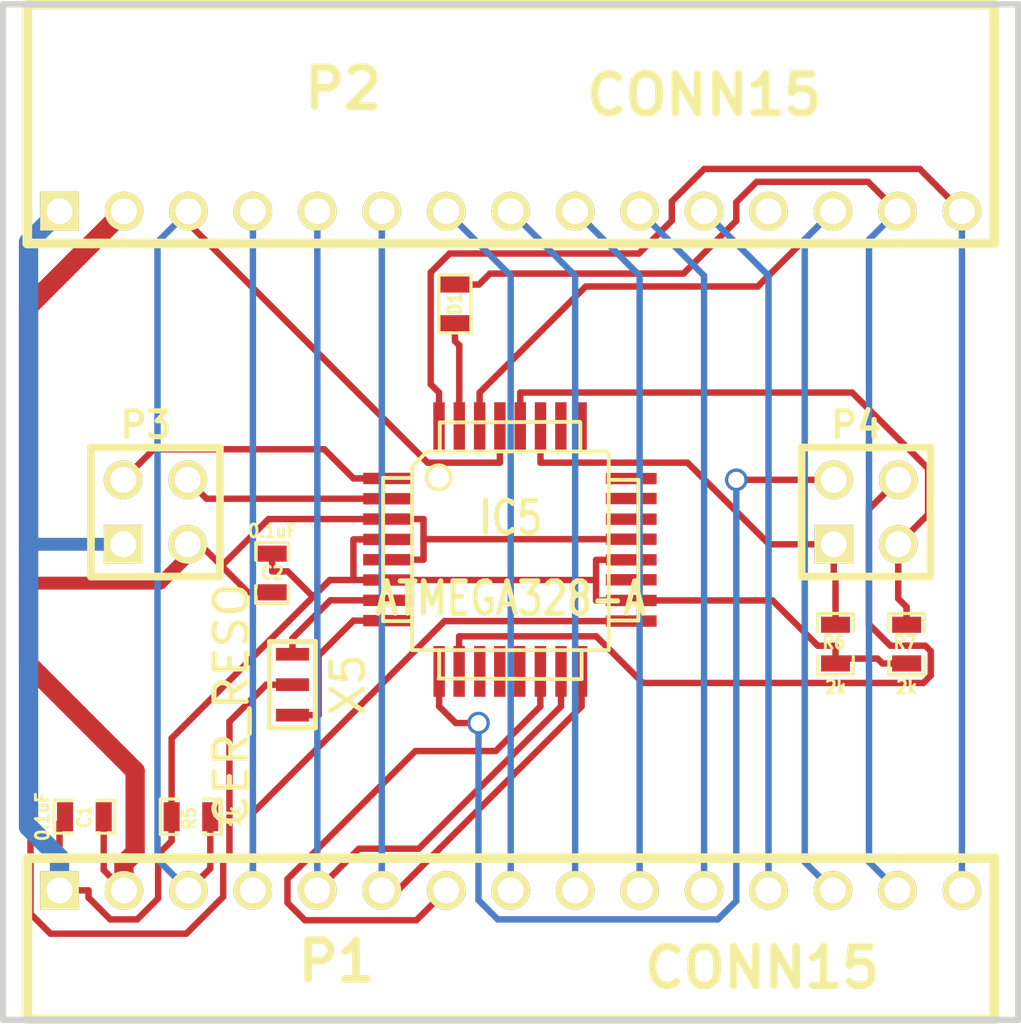
<source format=kicad_pcb>
(kicad_pcb (version 3) (host pcbnew "(2013-mar-13)-testing")

  (general
    (links 51)
    (no_connects 0)
    (area 49.874999 49.874999 90.125001 90.125001)
    (thickness 1.6)
    (drawings 4)
    (tracks 203)
    (zones 0)
    (modules 12)
    (nets 35)
  )

  (page A4)
  (layers
    (15 F.Cu signal)
    (0 B.Cu signal)
    (16 B.Adhes user)
    (17 F.Adhes user)
    (18 B.Paste user)
    (19 F.Paste user)
    (20 B.SilkS user)
    (21 F.SilkS user)
    (22 B.Mask user)
    (23 F.Mask user)
    (24 Dwgs.User user)
    (25 Cmts.User user)
    (26 Eco1.User user)
    (27 Eco2.User user)
    (28 Edge.Cuts user)
  )

  (setup
    (last_trace_width 0.254)
    (trace_clearance 0.254)
    (zone_clearance 0.508)
    (zone_45_only no)
    (trace_min 0.254)
    (segment_width 0.2)
    (edge_width 0.25)
    (via_size 0.889)
    (via_drill 0.635)
    (via_min_size 0.889)
    (via_min_drill 0.508)
    (uvia_size 0.508)
    (uvia_drill 0.127)
    (uvias_allowed no)
    (uvia_min_size 0.508)
    (uvia_min_drill 0.127)
    (pcb_text_width 0.3)
    (pcb_text_size 1.5 1.5)
    (mod_edge_width 0.15)
    (mod_text_size 1 1)
    (mod_text_width 0.15)
    (pad_size 1.5 1.5)
    (pad_drill 0.6)
    (pad_to_mask_clearance 0)
    (aux_axis_origin 0 0)
    (visible_elements FFFFFF7F)
    (pcbplotparams
      (layerselection 3178497)
      (usegerberextensions true)
      (excludeedgelayer true)
      (linewidth 0.150000)
      (plotframeref false)
      (viasonmask false)
      (mode 1)
      (useauxorigin false)
      (hpglpennumber 1)
      (hpglpenspeed 20)
      (hpglpendiameter 15)
      (hpglpenoverlay 2)
      (psnegative false)
      (psa4output false)
      (plotreference true)
      (plotvalue true)
      (plotothertext true)
      (plotinvisibletext false)
      (padsonsilk false)
      (subtractmaskfromsilk false)
      (outputformat 1)
      (mirror false)
      (drillshape 1)
      (scaleselection 1)
      (outputdirectory ""))
  )

  (net 0 "")
  (net 1 +5V)
  (net 2 /CS1)
  (net 3 /CS2)
  (net 4 /CS3)
  (net 5 /CS4)
  (net 6 /CS5)
  (net 7 /CS6)
  (net 8 /EXT_INT)
  (net 9 /MISO)
  (net 10 /MOSI)
  (net 11 /RESET_DRV1)
  (net 12 /RESET_DRV2)
  (net 13 /RESET_DRV3)
  (net 14 /RESET_DRV4)
  (net 15 /RESET_MSTR)
  (net 16 /RX)
  (net 17 /SCK)
  (net 18 /SCL)
  (net 19 /SDA)
  (net 20 /TX)
  (net 21 /XTAL1)
  (net 22 /XTAL2)
  (net 23 GND)
  (net 24 N-0000012)
  (net 25 N-0000025)
  (net 26 N-0000026)
  (net 27 N-0000027)
  (net 28 N-0000028)
  (net 29 N-0000029)
  (net 30 N-0000030)
  (net 31 N-0000031)
  (net 32 N-0000032)
  (net 33 N-0000033)
  (net 34 N-0000034)

  (net_class Default "This is the default net class."
    (clearance 0.254)
    (trace_width 0.254)
    (via_dia 0.889)
    (via_drill 0.635)
    (uvia_dia 0.508)
    (uvia_drill 0.127)
    (add_net "")
    (add_net +5V)
    (add_net /CS1)
    (add_net /CS2)
    (add_net /CS3)
    (add_net /CS4)
    (add_net /CS5)
    (add_net /CS6)
    (add_net /EXT_INT)
    (add_net /MISO)
    (add_net /MOSI)
    (add_net /RESET_DRV1)
    (add_net /RESET_DRV2)
    (add_net /RESET_DRV3)
    (add_net /RESET_DRV4)
    (add_net /RESET_MSTR)
    (add_net /RX)
    (add_net /SCK)
    (add_net /SCL)
    (add_net /SDA)
    (add_net /TX)
    (add_net /XTAL1)
    (add_net /XTAL2)
    (add_net GND)
    (add_net N-0000012)
    (add_net N-0000025)
    (add_net N-0000026)
    (add_net N-0000027)
    (add_net N-0000028)
    (add_net N-0000029)
    (add_net N-0000030)
    (add_net N-0000031)
    (add_net N-0000032)
    (add_net N-0000033)
    (add_net N-0000034)
  )

  (module HEADER_BOT (layer F.Cu) (tedit 51FFC673) (tstamp 521307B0)
    (at 70 84.9)
    (path /5212B587)
    (fp_text reference P1 (at -6.858 2.794) (layer F.SilkS)
      (effects (font (thickness 0.3048)))
    )
    (fp_text value CONN15 (at 9.906 3.048) (layer F.SilkS)
      (effects (font (thickness 0.3048)))
    )
    (fp_line (start 19.05 5.08) (end 19.05 -1.27) (layer F.SilkS) (width 0.381))
    (fp_line (start 15.367 5.08) (end 19.05 5.08) (layer F.SilkS) (width 0.381))
    (fp_line (start 15.367 -1.27) (end 18.923 -1.27) (layer F.SilkS) (width 0.381))
    (fp_line (start 18.923 -1.27) (end 19.05 -1.27) (layer F.SilkS) (width 0.381))
    (fp_line (start -15.24 -1.27) (end -19.05 -1.27) (layer F.SilkS) (width 0.381))
    (fp_line (start -19.05 -1.27) (end -19.05 5.08) (layer F.SilkS) (width 0.381))
    (fp_line (start -19.05 5.08) (end -13.97 5.08) (layer F.SilkS) (width 0.381))
    (fp_line (start -15.24 -1.27) (end 15.24 -1.27) (layer F.SilkS) (width 0.381))
    (fp_line (start -15.24 5.08) (end 15.24 5.08) (layer F.SilkS) (width 0.381))
    (pad 1 thru_hole rect (at -17.78 0) (size 1.524 1.524) (drill 1.016)
      (layers *.Cu *.Mask F.SilkS)
      (net 1 +5V)
    )
    (pad 2 thru_hole circle (at -15.24 0) (size 1.524 1.524) (drill 1.016)
      (layers *.Cu *.Mask F.SilkS)
      (net 23 GND)
    )
    (pad 3 thru_hole circle (at -12.7 0) (size 1.524 1.524) (drill 1.016)
      (layers *.Cu *.Mask F.SilkS)
      (net 15 /RESET_MSTR)
    )
    (pad 4 thru_hole circle (at -10.16 0) (size 1.524 1.524) (drill 1.016)
      (layers *.Cu *.Mask F.SilkS)
      (net 17 /SCK)
    )
    (pad 5 thru_hole circle (at -7.62 0) (size 1.524 1.524) (drill 1.016)
      (layers *.Cu *.Mask F.SilkS)
      (net 10 /MOSI)
    )
    (pad 6 thru_hole circle (at -5.08 0) (size 1.524 1.524) (drill 1.016)
      (layers *.Cu *.Mask F.SilkS)
      (net 9 /MISO)
    )
    (pad 7 thru_hole circle (at -2.54 0) (size 1.524 1.524) (drill 1.016)
      (layers *.Cu *.Mask F.SilkS)
      (net 2 /CS1)
    )
    (pad 8 thru_hole circle (at 0 0) (size 1.524 1.524) (drill 1.016)
      (layers *.Cu *.Mask F.SilkS)
      (net 3 /CS2)
    )
    (pad 9 thru_hole circle (at 2.54 0) (size 1.524 1.524) (drill 1.016)
      (layers *.Cu *.Mask F.SilkS)
      (net 4 /CS3)
    )
    (pad 10 thru_hole circle (at 5.08 0) (size 1.524 1.524) (drill 1.016)
      (layers *.Cu *.Mask F.SilkS)
      (net 5 /CS4)
    )
    (pad 11 thru_hole circle (at 7.62 0) (size 1.524 1.524) (drill 1.016)
      (layers *.Cu *.Mask F.SilkS)
      (net 6 /CS5)
    )
    (pad 12 thru_hole circle (at 10.16 0) (size 1.524 1.524) (drill 1.016)
      (layers *.Cu *.Mask F.SilkS)
      (net 7 /CS6)
    )
    (pad 13 thru_hole circle (at 12.7 0) (size 1.524 1.524) (drill 1.016)
      (layers *.Cu *.Mask F.SilkS)
      (net 16 /RX)
    )
    (pad 14 thru_hole circle (at 15.24 0) (size 1.524 1.524) (drill 1.016)
      (layers *.Cu *.Mask F.SilkS)
      (net 20 /TX)
    )
    (pad 15 thru_hole circle (at 17.78 0) (size 1.524 1.524) (drill 1.016)
      (layers *.Cu *.Mask F.SilkS)
      (net 8 /EXT_INT)
    )
  )

  (module HEADER_TOP (layer F.Cu) (tedit 51F2BE17) (tstamp 521307CD)
    (at 70 58.15)
    (path /5212B596)
    (fp_text reference P2 (at -6.604 -4.826) (layer F.SilkS)
      (effects (font (thickness 0.3048)))
    )
    (fp_text value CONN15 (at 7.62 -4.572) (layer F.SilkS)
      (effects (font (thickness 0.3048)))
    )
    (fp_line (start 15.24 -8.128) (end 19.05 -8.128) (layer F.SilkS) (width 0.381))
    (fp_line (start 19.05 -8.128) (end 19.05 -7.366) (layer F.SilkS) (width 0.381))
    (fp_line (start -15.24 -8.128) (end -19.05 -8.128) (layer F.SilkS) (width 0.381))
    (fp_line (start -19.05 -8.128) (end -19.05 -7.62) (layer F.SilkS) (width 0.381))
    (fp_line (start -15.24 1.27) (end -19.05 1.27) (layer F.SilkS) (width 0.381))
    (fp_line (start -19.05 1.27) (end -19.05 -7.62) (layer F.SilkS) (width 0.381))
    (fp_line (start 15.24 1.27) (end 19.05 1.27) (layer F.SilkS) (width 0.381))
    (fp_line (start 19.05 1.27) (end 19.05 -7.62) (layer F.SilkS) (width 0.381))
    (fp_line (start 15.24 1.27) (end -15.24 1.27) (layer F.SilkS) (width 0.381))
    (fp_line (start -15.24 -8.128) (end 15.24 -8.128) (layer F.SilkS) (width 0.381))
    (pad 1 thru_hole rect (at -17.78 0) (size 1.524 1.524) (drill 1.016)
      (layers *.Cu *.Mask F.SilkS)
      (net 1 +5V)
    )
    (pad 2 thru_hole circle (at -15.24 0) (size 1.524 1.524) (drill 1.016)
      (layers *.Cu *.Mask F.SilkS)
      (net 23 GND)
    )
    (pad 3 thru_hole circle (at -12.7 0) (size 1.524 1.524) (drill 1.016)
      (layers *.Cu *.Mask F.SilkS)
      (net 15 /RESET_MSTR)
    )
    (pad 4 thru_hole circle (at -10.16 0) (size 1.524 1.524) (drill 1.016)
      (layers *.Cu *.Mask F.SilkS)
      (net 17 /SCK)
    )
    (pad 5 thru_hole circle (at -7.62 0) (size 1.524 1.524) (drill 1.016)
      (layers *.Cu *.Mask F.SilkS)
      (net 10 /MOSI)
    )
    (pad 6 thru_hole circle (at -5.08 0) (size 1.524 1.524) (drill 1.016)
      (layers *.Cu *.Mask F.SilkS)
      (net 9 /MISO)
    )
    (pad 7 thru_hole circle (at -2.54 0) (size 1.524 1.524) (drill 1.016)
      (layers *.Cu *.Mask F.SilkS)
      (net 3 /CS2)
    )
    (pad 8 thru_hole circle (at 0 0) (size 1.524 1.524) (drill 1.016)
      (layers *.Cu *.Mask F.SilkS)
      (net 4 /CS3)
    )
    (pad 9 thru_hole circle (at 2.54 0) (size 1.524 1.524) (drill 1.016)
      (layers *.Cu *.Mask F.SilkS)
      (net 5 /CS4)
    )
    (pad 10 thru_hole circle (at 5.08 0) (size 1.524 1.524) (drill 1.016)
      (layers *.Cu *.Mask F.SilkS)
      (net 6 /CS5)
    )
    (pad 11 thru_hole circle (at 7.62 0) (size 1.524 1.524) (drill 1.016)
      (layers *.Cu *.Mask F.SilkS)
      (net 7 /CS6)
    )
    (pad 12 thru_hole circle (at 10.16 0) (size 1.524 1.524) (drill 1.016)
      (layers *.Cu *.Mask F.SilkS)
      (net 26 N-0000026)
    )
    (pad 13 thru_hole circle (at 12.7 0) (size 1.524 1.524) (drill 1.016)
      (layers *.Cu *.Mask F.SilkS)
      (net 16 /RX)
    )
    (pad 14 thru_hole circle (at 15.24 0) (size 1.524 1.524) (drill 1.016)
      (layers *.Cu *.Mask F.SilkS)
      (net 20 /TX)
    )
    (pad 15 thru_hole circle (at 17.78 0) (size 1.524 1.524) (drill 1.016)
      (layers *.Cu *.Mask F.SilkS)
      (net 8 /EXT_INT)
    )
  )

  (module SM0603_Capa (layer F.Cu) (tedit 5051B1EC) (tstamp 52130C8B)
    (at 53.2 82)
    (path /521309B9)
    (attr smd)
    (fp_text reference C1 (at 0 0 90) (layer F.SilkS)
      (effects (font (size 0.508 0.4572) (thickness 0.1143)))
    )
    (fp_text value 0.1uF (at -1.651 0 90) (layer F.SilkS)
      (effects (font (size 0.508 0.4572) (thickness 0.1143)))
    )
    (fp_line (start 0.50038 0.65024) (end 1.19888 0.65024) (layer F.SilkS) (width 0.11938))
    (fp_line (start -0.50038 0.65024) (end -1.19888 0.65024) (layer F.SilkS) (width 0.11938))
    (fp_line (start 0.50038 -0.65024) (end 1.19888 -0.65024) (layer F.SilkS) (width 0.11938))
    (fp_line (start -1.19888 -0.65024) (end -0.50038 -0.65024) (layer F.SilkS) (width 0.11938))
    (fp_line (start 1.19888 -0.635) (end 1.19888 0.635) (layer F.SilkS) (width 0.11938))
    (fp_line (start -1.19888 0.635) (end -1.19888 -0.635) (layer F.SilkS) (width 0.11938))
    (pad 1 smd rect (at -0.762 0) (size 0.635 1.143)
      (layers F.Cu F.Paste F.Mask)
      (net 1 +5V)
    )
    (pad 2 smd rect (at 0.762 0) (size 0.635 1.143)
      (layers F.Cu F.Paste F.Mask)
      (net 23 GND)
    )
    (model smd\capacitors\C0603.wrl
      (at (xyz 0 0 0.001))
      (scale (xyz 0.5 0.5 0.5))
      (rotate (xyz 0 0 0))
    )
  )

  (module SM0603_Capa (layer F.Cu) (tedit 5051B1EC) (tstamp 52130C97)
    (at 60.6 72.4 270)
    (path /521309C8)
    (attr smd)
    (fp_text reference C2 (at 0 0 360) (layer F.SilkS)
      (effects (font (size 0.508 0.4572) (thickness 0.1143)))
    )
    (fp_text value 0.1uF (at -1.651 0 360) (layer F.SilkS)
      (effects (font (size 0.508 0.4572) (thickness 0.1143)))
    )
    (fp_line (start 0.50038 0.65024) (end 1.19888 0.65024) (layer F.SilkS) (width 0.11938))
    (fp_line (start -0.50038 0.65024) (end -1.19888 0.65024) (layer F.SilkS) (width 0.11938))
    (fp_line (start 0.50038 -0.65024) (end 1.19888 -0.65024) (layer F.SilkS) (width 0.11938))
    (fp_line (start -1.19888 -0.65024) (end -0.50038 -0.65024) (layer F.SilkS) (width 0.11938))
    (fp_line (start 1.19888 -0.635) (end 1.19888 0.635) (layer F.SilkS) (width 0.11938))
    (fp_line (start -1.19888 0.635) (end -1.19888 -0.635) (layer F.SilkS) (width 0.11938))
    (pad 1 smd rect (at -0.762 0 270) (size 0.635 1.143)
      (layers F.Cu F.Paste F.Mask)
      (net 1 +5V)
    )
    (pad 2 smd rect (at 0.762 0 270) (size 0.635 1.143)
      (layers F.Cu F.Paste F.Mask)
      (net 23 GND)
    )
    (model smd\capacitors\C0603.wrl
      (at (xyz 0 0 0.001))
      (scale (xyz 0.5 0.5 0.5))
      (rotate (xyz 0 0 0))
    )
  )

  (module SM0603 (layer F.Cu) (tedit 4E43A3D1) (tstamp 52130CA1)
    (at 67.8 61.8 270)
    (path /5212CC1D)
    (attr smd)
    (fp_text reference D1 (at 0 0 270) (layer F.SilkS)
      (effects (font (size 0.508 0.4572) (thickness 0.1143)))
    )
    (fp_text value DIODE (at 0 0 270) (layer F.SilkS) hide
      (effects (font (size 0.508 0.4572) (thickness 0.1143)))
    )
    (fp_line (start -1.143 -0.635) (end 1.143 -0.635) (layer F.SilkS) (width 0.127))
    (fp_line (start 1.143 -0.635) (end 1.143 0.635) (layer F.SilkS) (width 0.127))
    (fp_line (start 1.143 0.635) (end -1.143 0.635) (layer F.SilkS) (width 0.127))
    (fp_line (start -1.143 0.635) (end -1.143 -0.635) (layer F.SilkS) (width 0.127))
    (pad 1 smd rect (at -0.762 0 270) (size 0.635 1.143)
      (layers F.Cu F.Paste F.Mask)
      (net 20 /TX)
    )
    (pad 2 smd rect (at 0.762 0 270) (size 0.635 1.143)
      (layers F.Cu F.Paste F.Mask)
      (net 24 N-0000012)
    )
    (model smd\resistors\R0603.wrl
      (at (xyz 0 0 0.001))
      (scale (xyz 0.5 0.5 0.5))
      (rotate (xyz 0 0 0))
    )
  )

  (module TQFP32 (layer F.Cu) (tedit 43A670DA) (tstamp 52130CD7)
    (at 70 71.5)
    (path /52129B63)
    (fp_text reference IC5 (at 0 -1.27) (layer F.SilkS)
      (effects (font (size 1.27 1.016) (thickness 0.2032)))
    )
    (fp_text value ATMEGA328-A (at 0 1.905) (layer F.SilkS)
      (effects (font (size 1.27 1.016) (thickness 0.2032)))
    )
    (fp_line (start 5.0292 2.7686) (end 3.8862 2.7686) (layer F.SilkS) (width 0.1524))
    (fp_line (start 5.0292 -2.7686) (end 3.9116 -2.7686) (layer F.SilkS) (width 0.1524))
    (fp_line (start 5.0292 2.7686) (end 5.0292 -2.7686) (layer F.SilkS) (width 0.1524))
    (fp_line (start 2.794 3.9624) (end 2.794 5.0546) (layer F.SilkS) (width 0.1524))
    (fp_line (start -2.8194 3.9878) (end -2.8194 5.0546) (layer F.SilkS) (width 0.1524))
    (fp_line (start -2.8448 5.0546) (end 2.794 5.08) (layer F.SilkS) (width 0.1524))
    (fp_line (start -2.794 -5.0292) (end 2.7178 -5.0546) (layer F.SilkS) (width 0.1524))
    (fp_line (start -3.8862 -3.2766) (end -3.8862 3.9116) (layer F.SilkS) (width 0.1524))
    (fp_line (start 2.7432 -5.0292) (end 2.7432 -3.9878) (layer F.SilkS) (width 0.1524))
    (fp_line (start -3.2512 -3.8862) (end 3.81 -3.8862) (layer F.SilkS) (width 0.1524))
    (fp_line (start 3.8608 3.937) (end 3.8608 -3.7846) (layer F.SilkS) (width 0.1524))
    (fp_line (start -3.8862 3.937) (end 3.7338 3.937) (layer F.SilkS) (width 0.1524))
    (fp_line (start -5.0292 -2.8448) (end -5.0292 2.794) (layer F.SilkS) (width 0.1524))
    (fp_line (start -5.0292 2.794) (end -3.8862 2.794) (layer F.SilkS) (width 0.1524))
    (fp_line (start -3.87604 -3.302) (end -3.29184 -3.8862) (layer F.SilkS) (width 0.1524))
    (fp_line (start -5.02412 -2.8448) (end -3.87604 -2.8448) (layer F.SilkS) (width 0.1524))
    (fp_line (start -2.794 -3.8862) (end -2.794 -5.03428) (layer F.SilkS) (width 0.1524))
    (fp_circle (center -2.83972 -2.86004) (end -2.43332 -2.60604) (layer F.SilkS) (width 0.1524))
    (pad 8 smd rect (at -4.81584 2.77622) (size 1.99898 0.44958)
      (layers F.Cu F.Paste F.Mask)
      (net 22 /XTAL2)
    )
    (pad 7 smd rect (at -4.81584 1.97612) (size 1.99898 0.44958)
      (layers F.Cu F.Paste F.Mask)
      (net 21 /XTAL1)
    )
    (pad 6 smd rect (at -4.81584 1.17602) (size 1.99898 0.44958)
      (layers F.Cu F.Paste F.Mask)
      (net 1 +5V)
    )
    (pad 5 smd rect (at -4.81584 0.37592) (size 1.99898 0.44958)
      (layers F.Cu F.Paste F.Mask)
      (net 23 GND)
    )
    (pad 4 smd rect (at -4.81584 -0.42418) (size 1.99898 0.44958)
      (layers F.Cu F.Paste F.Mask)
      (net 1 +5V)
    )
    (pad 3 smd rect (at -4.81584 -1.22428) (size 1.99898 0.44958)
      (layers F.Cu F.Paste F.Mask)
      (net 23 GND)
    )
    (pad 2 smd rect (at -4.81584 -2.02438) (size 1.99898 0.44958)
      (layers F.Cu F.Paste F.Mask)
      (net 12 /RESET_DRV2)
    )
    (pad 1 smd rect (at -4.81584 -2.82448) (size 1.99898 0.44958)
      (layers F.Cu F.Paste F.Mask)
      (net 11 /RESET_DRV1)
    )
    (pad 24 smd rect (at 4.7498 -2.8194) (size 1.99898 0.44958)
      (layers F.Cu F.Paste F.Mask)
      (net 31 N-0000031)
    )
    (pad 17 smd rect (at 4.7498 2.794) (size 1.99898 0.44958)
      (layers F.Cu F.Paste F.Mask)
      (net 17 /SCK)
    )
    (pad 18 smd rect (at 4.7498 1.9812) (size 1.99898 0.44958)
      (layers F.Cu F.Paste F.Mask)
      (net 1 +5V)
    )
    (pad 19 smd rect (at 4.7498 1.1684) (size 1.99898 0.44958)
      (layers F.Cu F.Paste F.Mask)
      (net 28 N-0000028)
    )
    (pad 20 smd rect (at 4.7498 0.381) (size 1.99898 0.44958)
      (layers F.Cu F.Paste F.Mask)
      (net 1 +5V)
    )
    (pad 21 smd rect (at 4.7498 -0.4318) (size 1.99898 0.44958)
      (layers F.Cu F.Paste F.Mask)
      (net 23 GND)
    )
    (pad 22 smd rect (at 4.7498 -1.2192) (size 1.99898 0.44958)
      (layers F.Cu F.Paste F.Mask)
      (net 34 N-0000034)
    )
    (pad 23 smd rect (at 4.7498 -2.032) (size 1.99898 0.44958)
      (layers F.Cu F.Paste F.Mask)
      (net 32 N-0000032)
    )
    (pad 32 smd rect (at -2.82448 -4.826) (size 0.44958 1.99898)
      (layers F.Cu F.Paste F.Mask)
      (net 8 /EXT_INT)
    )
    (pad 31 smd rect (at -2.02692 -4.826) (size 0.44958 1.99898)
      (layers F.Cu F.Paste F.Mask)
      (net 24 N-0000012)
    )
    (pad 30 smd rect (at -1.22428 -4.826) (size 0.44958 1.99898)
      (layers F.Cu F.Paste F.Mask)
      (net 16 /RX)
    )
    (pad 29 smd rect (at -0.42672 -4.826) (size 0.44958 1.99898)
      (layers F.Cu F.Paste F.Mask)
      (net 15 /RESET_MSTR)
    )
    (pad 28 smd rect (at 0.37592 -4.826) (size 0.44958 1.99898)
      (layers F.Cu F.Paste F.Mask)
      (net 18 /SCL)
    )
    (pad 27 smd rect (at 1.17348 -4.826) (size 0.44958 1.99898)
      (layers F.Cu F.Paste F.Mask)
      (net 19 /SDA)
    )
    (pad 26 smd rect (at 1.97612 -4.826) (size 0.44958 1.99898)
      (layers F.Cu F.Paste F.Mask)
      (net 29 N-0000029)
    )
    (pad 25 smd rect (at 2.77368 -4.826) (size 0.44958 1.99898)
      (layers F.Cu F.Paste F.Mask)
      (net 30 N-0000030)
    )
    (pad 9 smd rect (at -2.8194 4.7752) (size 0.44958 1.99898)
      (layers F.Cu F.Paste F.Mask)
      (net 13 /RESET_DRV3)
    )
    (pad 10 smd rect (at -2.032 4.7752) (size 0.44958 1.99898)
      (layers F.Cu F.Paste F.Mask)
      (net 14 /RESET_DRV4)
    )
    (pad 11 smd rect (at -1.2192 4.7752) (size 0.44958 1.99898)
      (layers F.Cu F.Paste F.Mask)
      (net 25 N-0000025)
    )
    (pad 12 smd rect (at -0.4318 4.7752) (size 0.44958 1.99898)
      (layers F.Cu F.Paste F.Mask)
      (net 27 N-0000027)
    )
    (pad 13 smd rect (at 0.3556 4.7752) (size 0.44958 1.99898)
      (layers F.Cu F.Paste F.Mask)
      (net 33 N-0000033)
    )
    (pad 14 smd rect (at 1.1684 4.7752) (size 0.44958 1.99898)
      (layers F.Cu F.Paste F.Mask)
      (net 2 /CS1)
    )
    (pad 15 smd rect (at 1.9812 4.7752) (size 0.44958 1.99898)
      (layers F.Cu F.Paste F.Mask)
      (net 10 /MOSI)
    )
    (pad 16 smd rect (at 2.794 4.7752) (size 0.44958 1.99898)
      (layers F.Cu F.Paste F.Mask)
      (net 9 /MISO)
    )
    (model smd/tqfp32.wrl
      (at (xyz 0 0 0))
      (scale (xyz 1 1 1))
      (rotate (xyz 0 0 0))
    )
  )

  (module PIN_ARRAY_2X2 (layer F.Cu) (tedit 3FAB87D4) (tstamp 52130CE3)
    (at 56 70)
    (descr "Double rangee de contacts 2 x 2 pins")
    (tags CONN)
    (path /52130B53)
    (fp_text reference P3 (at -0.381 -3.429) (layer F.SilkS)
      (effects (font (size 1.016 1.016) (thickness 0.2032)))
    )
    (fp_text value CONN_2X2 (at 0 3.048) (layer F.SilkS) hide
      (effects (font (size 1.016 1.016) (thickness 0.2032)))
    )
    (fp_line (start -2.54 -2.54) (end 2.54 -2.54) (layer F.SilkS) (width 0.3048))
    (fp_line (start 2.54 -2.54) (end 2.54 2.54) (layer F.SilkS) (width 0.3048))
    (fp_line (start 2.54 2.54) (end -2.54 2.54) (layer F.SilkS) (width 0.3048))
    (fp_line (start -2.54 2.54) (end -2.54 -2.54) (layer F.SilkS) (width 0.3048))
    (pad 1 thru_hole rect (at -1.27 1.27) (size 1.524 1.524) (drill 1.016)
      (layers *.Cu *.Mask F.SilkS)
      (net 1 +5V)
    )
    (pad 2 thru_hole circle (at -1.27 -1.27) (size 1.524 1.524) (drill 1.016)
      (layers *.Cu *.Mask F.SilkS)
      (net 11 /RESET_DRV1)
    )
    (pad 3 thru_hole circle (at 1.27 1.27) (size 1.524 1.524) (drill 1.016)
      (layers *.Cu *.Mask F.SilkS)
      (net 23 GND)
    )
    (pad 4 thru_hole circle (at 1.27 -1.27) (size 1.524 1.524) (drill 1.016)
      (layers *.Cu *.Mask F.SilkS)
      (net 12 /RESET_DRV2)
    )
    (model pin_array/pins_array_2x2.wrl
      (at (xyz 0 0 0))
      (scale (xyz 1 1 1))
      (rotate (xyz 0 0 0))
    )
  )

  (module PIN_ARRAY_2X2 (layer F.Cu) (tedit 3FAB87D4) (tstamp 52130CEF)
    (at 84 70)
    (descr "Double rangee de contacts 2 x 2 pins")
    (tags CONN)
    (path /52130B62)
    (fp_text reference P4 (at -0.381 -3.429) (layer F.SilkS)
      (effects (font (size 1.016 1.016) (thickness 0.2032)))
    )
    (fp_text value CONN_2X2 (at 0 3.048) (layer F.SilkS) hide
      (effects (font (size 1.016 1.016) (thickness 0.2032)))
    )
    (fp_line (start -2.54 -2.54) (end 2.54 -2.54) (layer F.SilkS) (width 0.3048))
    (fp_line (start 2.54 -2.54) (end 2.54 2.54) (layer F.SilkS) (width 0.3048))
    (fp_line (start 2.54 2.54) (end -2.54 2.54) (layer F.SilkS) (width 0.3048))
    (fp_line (start -2.54 2.54) (end -2.54 -2.54) (layer F.SilkS) (width 0.3048))
    (pad 1 thru_hole rect (at -1.27 1.27) (size 1.524 1.524) (drill 1.016)
      (layers *.Cu *.Mask F.SilkS)
      (net 19 /SDA)
    )
    (pad 2 thru_hole circle (at -1.27 -1.27) (size 1.524 1.524) (drill 1.016)
      (layers *.Cu *.Mask F.SilkS)
      (net 13 /RESET_DRV3)
    )
    (pad 3 thru_hole circle (at 1.27 1.27) (size 1.524 1.524) (drill 1.016)
      (layers *.Cu *.Mask F.SilkS)
      (net 18 /SCL)
    )
    (pad 4 thru_hole circle (at 1.27 -1.27) (size 1.524 1.524) (drill 1.016)
      (layers *.Cu *.Mask F.SilkS)
      (net 14 /RESET_DRV4)
    )
    (model pin_array/pins_array_2x2.wrl
      (at (xyz 0 0 0))
      (scale (xyz 1 1 1))
      (rotate (xyz 0 0 0))
    )
  )

  (module SM0603_Resistor (layer F.Cu) (tedit 5051B21B) (tstamp 52130CFB)
    (at 57.4 82 180)
    (path /5212A07D)
    (attr smd)
    (fp_text reference R5 (at 0.0635 -0.0635 270) (layer F.SilkS)
      (effects (font (size 0.50038 0.4572) (thickness 0.1143)))
    )
    (fp_text value 1k (at -1.69926 0 270) (layer F.SilkS)
      (effects (font (size 0.508 0.4572) (thickness 0.1143)))
    )
    (fp_line (start -0.50038 -0.6985) (end -1.2065 -0.6985) (layer F.SilkS) (width 0.127))
    (fp_line (start -1.2065 -0.6985) (end -1.2065 0.6985) (layer F.SilkS) (width 0.127))
    (fp_line (start -1.2065 0.6985) (end -0.50038 0.6985) (layer F.SilkS) (width 0.127))
    (fp_line (start 1.2065 -0.6985) (end 0.50038 -0.6985) (layer F.SilkS) (width 0.127))
    (fp_line (start 1.2065 -0.6985) (end 1.2065 0.6985) (layer F.SilkS) (width 0.127))
    (fp_line (start 1.2065 0.6985) (end 0.50038 0.6985) (layer F.SilkS) (width 0.127))
    (pad 1 smd rect (at -0.762 0 180) (size 0.635 1.143)
      (layers F.Cu F.Paste F.Mask)
      (net 15 /RESET_MSTR)
    )
    (pad 2 smd rect (at 0.762 0 180) (size 0.635 1.143)
      (layers F.Cu F.Paste F.Mask)
      (net 1 +5V)
    )
    (model smd\resistors\R0603.wrl
      (at (xyz 0 0 0.001))
      (scale (xyz 0.5 0.5 0.5))
      (rotate (xyz 0 0 0))
    )
  )

  (module SM0603_Resistor (layer F.Cu) (tedit 5051B21B) (tstamp 52130D07)
    (at 82.8 75.2 90)
    (path /5212A0DC)
    (attr smd)
    (fp_text reference R6 (at 0.0635 -0.0635 180) (layer F.SilkS)
      (effects (font (size 0.50038 0.4572) (thickness 0.1143)))
    )
    (fp_text value 2k (at -1.69926 0 180) (layer F.SilkS)
      (effects (font (size 0.508 0.4572) (thickness 0.1143)))
    )
    (fp_line (start -0.50038 -0.6985) (end -1.2065 -0.6985) (layer F.SilkS) (width 0.127))
    (fp_line (start -1.2065 -0.6985) (end -1.2065 0.6985) (layer F.SilkS) (width 0.127))
    (fp_line (start -1.2065 0.6985) (end -0.50038 0.6985) (layer F.SilkS) (width 0.127))
    (fp_line (start 1.2065 -0.6985) (end 0.50038 -0.6985) (layer F.SilkS) (width 0.127))
    (fp_line (start 1.2065 -0.6985) (end 1.2065 0.6985) (layer F.SilkS) (width 0.127))
    (fp_line (start 1.2065 0.6985) (end 0.50038 0.6985) (layer F.SilkS) (width 0.127))
    (pad 1 smd rect (at -0.762 0 90) (size 0.635 1.143)
      (layers F.Cu F.Paste F.Mask)
      (net 1 +5V)
    )
    (pad 2 smd rect (at 0.762 0 90) (size 0.635 1.143)
      (layers F.Cu F.Paste F.Mask)
      (net 19 /SDA)
    )
    (model smd\resistors\R0603.wrl
      (at (xyz 0 0 0.001))
      (scale (xyz 0.5 0.5 0.5))
      (rotate (xyz 0 0 0))
    )
  )

  (module SM0603_Resistor (layer F.Cu) (tedit 5051B21B) (tstamp 52130D13)
    (at 85.6 75.2 90)
    (path /5212A0EB)
    (attr smd)
    (fp_text reference R7 (at 0.0635 -0.0635 180) (layer F.SilkS)
      (effects (font (size 0.50038 0.4572) (thickness 0.1143)))
    )
    (fp_text value 2k (at -1.69926 0 180) (layer F.SilkS)
      (effects (font (size 0.508 0.4572) (thickness 0.1143)))
    )
    (fp_line (start -0.50038 -0.6985) (end -1.2065 -0.6985) (layer F.SilkS) (width 0.127))
    (fp_line (start -1.2065 -0.6985) (end -1.2065 0.6985) (layer F.SilkS) (width 0.127))
    (fp_line (start -1.2065 0.6985) (end -0.50038 0.6985) (layer F.SilkS) (width 0.127))
    (fp_line (start 1.2065 -0.6985) (end 0.50038 -0.6985) (layer F.SilkS) (width 0.127))
    (fp_line (start 1.2065 -0.6985) (end 1.2065 0.6985) (layer F.SilkS) (width 0.127))
    (fp_line (start 1.2065 0.6985) (end 0.50038 0.6985) (layer F.SilkS) (width 0.127))
    (pad 1 smd rect (at -0.762 0 90) (size 0.635 1.143)
      (layers F.Cu F.Paste F.Mask)
      (net 1 +5V)
    )
    (pad 2 smd rect (at 0.762 0 90) (size 0.635 1.143)
      (layers F.Cu F.Paste F.Mask)
      (net 18 /SCL)
    )
    (model smd\resistors\R0603.wrl
      (at (xyz 0 0 0.001))
      (scale (xyz 0.5 0.5 0.5))
      (rotate (xyz 0 0 0))
    )
  )

  (module CER_RESO (layer F.Cu) (tedit 512665A7) (tstamp 52130D1E)
    (at 61.4 76.8 270)
    (tags "Resonator, Ceramic")
    (path /52129FEB)
    (fp_text reference X5 (at 0 -2.19964 270) (layer F.SilkS)
      (effects (font (size 1.27 1.27) (thickness 0.2032)))
    )
    (fp_text value CER_RESO (at 0.8001 2.4003 270) (layer F.SilkS)
      (effects (font (size 1.27 1.27) (thickness 0.2032)))
    )
    (fp_line (start -1.69926 -0.89916) (end 1.69926 -0.89916) (layer F.SilkS) (width 0.2032))
    (fp_line (start 1.69926 -0.89916) (end 1.69926 0.89916) (layer F.SilkS) (width 0.2032))
    (fp_line (start 1.69926 0.89916) (end -1.69926 0.89916) (layer F.SilkS) (width 0.2032))
    (fp_line (start -1.69926 0.89916) (end -1.69926 -0.89916) (layer F.SilkS) (width 0.2032))
    (pad 2 smd rect (at 0 0 270) (size 0.50038 1.30048)
      (layers F.Cu F.Paste F.Mask)
      (net 23 GND)
    )
    (pad 3 smd rect (at 1.19888 0 270) (size 0.50038 1.30048)
      (layers F.Cu F.Paste F.Mask)
      (net 22 /XTAL2)
    )
    (pad 1 smd rect (at -1.19888 0 270) (size 0.50038 1.30048)
      (layers F.Cu F.Paste F.Mask)
      (net 21 /XTAL1)
    )
  )

  (gr_line (start 90 90) (end 90 50) (angle 90) (layer Edge.Cuts) (width 0.25))
  (gr_line (start 50 90) (end 90 90) (angle 90) (layer Edge.Cuts) (width 0.25))
  (gr_line (start 50 50) (end 50 90) (angle 90) (layer Edge.Cuts) (width 0.25))
  (gr_line (start 90 50) (end 50 50) (angle 90) (layer Edge.Cuts) (width 0.25))

  (segment (start 52.22 82.218) (end 52.438 82) (width 0.254) (layer F.Cu) (net 1))
  (segment (start 52.22 84.9) (end 52.22 82.218) (width 0.254) (layer F.Cu) (net 1))
  (segment (start 54.73 71.27) (end 51 71.27) (width 0.508) (layer B.Cu) (net 1))
  (segment (start 51 71.27) (end 51 71.4) (width 0.508) (layer B.Cu) (net 1))
  (segment (start 51 59.37) (end 52.22 58.15) (width 0.762) (layer B.Cu) (net 1))
  (segment (start 51 71.27) (end 51 59.37) (width 0.762) (layer B.Cu) (net 1))
  (segment (start 51 82.4) (end 51 71.4) (width 0.762) (layer B.Cu) (net 1))
  (segment (start 52.22 83.62) (end 51 82.4) (width 0.762) (layer B.Cu) (net 1))
  (segment (start 52.22 84.9) (end 52.22 83.62) (width 0.762) (layer B.Cu) (net 1))
  (segment (start 51 71.4) (end 51 71.27) (width 0.762) (layer B.Cu) (net 1))
  (segment (start 52.22 84.9) (end 53.3633 84.9) (width 0.254) (layer F.Cu) (net 1))
  (segment (start 65.1842 72.676) (end 63.8034 72.676) (width 0.254) (layer F.Cu) (net 1))
  (segment (start 56.638 82.4764) (end 56.638 82.9528) (width 0.254) (layer F.Cu) (net 1))
  (segment (start 53.3633 85.1859) (end 53.3633 84.9) (width 0.254) (layer F.Cu) (net 1))
  (segment (start 54.2207 86.0433) (end 53.3633 85.1859) (width 0.254) (layer F.Cu) (net 1))
  (segment (start 55.2812 86.0433) (end 54.2207 86.0433) (width 0.254) (layer F.Cu) (net 1))
  (segment (start 56.106 85.2185) (end 55.2812 86.0433) (width 0.254) (layer F.Cu) (net 1))
  (segment (start 56.106 83.4848) (end 56.106 85.2185) (width 0.254) (layer F.Cu) (net 1))
  (segment (start 56.638 82.9528) (end 56.106 83.4848) (width 0.254) (layer F.Cu) (net 1))
  (segment (start 65.1842 72.676) (end 66.565 72.676) (width 0.254) (layer F.Cu) (net 1))
  (segment (start 74.7498 71.881) (end 73.369 71.881) (width 0.254) (layer F.Cu) (net 1))
  (segment (start 82.1012 75.2632) (end 82.8 75.2632) (width 0.254) (layer F.Cu) (net 1))
  (segment (start 80.3192 73.4812) (end 82.1012 75.2632) (width 0.254) (layer F.Cu) (net 1))
  (segment (start 74.7498 73.4812) (end 80.3192 73.4812) (width 0.254) (layer F.Cu) (net 1))
  (segment (start 82.8 75.7396) (end 82.8 75.2632) (width 0.254) (layer F.Cu) (net 1))
  (segment (start 82.8 75.7396) (end 82.8 75.7715) (width 0.254) (layer F.Cu) (net 1))
  (segment (start 82.8 75.962) (end 82.8 75.7715) (width 0.254) (layer F.Cu) (net 1))
  (segment (start 84.4567 75.7715) (end 84.6472 75.962) (width 0.254) (layer F.Cu) (net 1))
  (segment (start 82.8 75.7715) (end 84.4567 75.7715) (width 0.254) (layer F.Cu) (net 1))
  (segment (start 85.6 75.962) (end 84.6472 75.962) (width 0.254) (layer F.Cu) (net 1))
  (segment (start 56.638 82.4764) (end 56.638 82) (width 0.254) (layer F.Cu) (net 1))
  (segment (start 60.6 71.638) (end 60.6 72.3368) (width 0.254) (layer F.Cu) (net 1))
  (segment (start 63.8034 71.0758) (end 63.8034 72.676) (width 0.254) (layer F.Cu) (net 1))
  (segment (start 65.1842 71.0758) (end 63.8034 71.0758) (width 0.254) (layer F.Cu) (net 1))
  (segment (start 61.2114 72.3368) (end 60.6 72.3368) (width 0.254) (layer F.Cu) (net 1))
  (segment (start 62.2121 73.3375) (end 61.2114 72.3368) (width 0.254) (layer F.Cu) (net 1))
  (segment (start 56.638 78.9116) (end 62.2121 73.3375) (width 0.254) (layer F.Cu) (net 1))
  (segment (start 56.638 82) (end 56.638 78.9116) (width 0.254) (layer F.Cu) (net 1))
  (segment (start 62.8736 72.676) (end 63.8034 72.676) (width 0.254) (layer F.Cu) (net 1))
  (segment (start 62.2121 73.3375) (end 62.8736 72.676) (width 0.254) (layer F.Cu) (net 1))
  (segment (start 73.3629 73.4751) (end 73.369 73.4812) (width 0.254) (layer F.Cu) (net 1))
  (segment (start 73.3629 72.676) (end 73.3629 73.4751) (width 0.254) (layer F.Cu) (net 1))
  (segment (start 66.565 72.676) (end 73.3629 72.676) (width 0.254) (layer F.Cu) (net 1))
  (segment (start 73.3629 71.8871) (end 73.369 71.881) (width 0.254) (layer F.Cu) (net 1))
  (segment (start 73.3629 72.676) (end 73.3629 71.8871) (width 0.254) (layer F.Cu) (net 1))
  (segment (start 74.7498 73.4812) (end 73.369 73.4812) (width 0.254) (layer F.Cu) (net 1))
  (segment (start 71.1684 76.2752) (end 71.1684 77.656) (width 0.254) (layer F.Cu) (net 2))
  (segment (start 69.412 79.4124) (end 71.1684 77.656) (width 0.254) (layer F.Cu) (net 2))
  (segment (start 66.2448 79.4124) (end 69.412 79.4124) (width 0.254) (layer F.Cu) (net 2))
  (segment (start 61.2035 84.4537) (end 66.2448 79.4124) (width 0.254) (layer F.Cu) (net 2))
  (segment (start 61.2035 85.3889) (end 61.2035 84.4537) (width 0.254) (layer F.Cu) (net 2))
  (segment (start 61.8921 86.0775) (end 61.2035 85.3889) (width 0.254) (layer F.Cu) (net 2))
  (segment (start 66.2825 86.0775) (end 61.8921 86.0775) (width 0.254) (layer F.Cu) (net 2))
  (segment (start 67.46 84.9) (end 66.2825 86.0775) (width 0.254) (layer F.Cu) (net 2))
  (segment (start 70 60.69) (end 70 84.9) (width 0.254) (layer B.Cu) (net 3))
  (segment (start 67.46 58.15) (end 70 60.69) (width 0.254) (layer B.Cu) (net 3))
  (segment (start 72.54 60.69) (end 70 58.15) (width 0.254) (layer B.Cu) (net 4))
  (segment (start 72.54 84.9) (end 72.54 60.69) (width 0.254) (layer B.Cu) (net 4))
  (segment (start 75.08 60.69) (end 72.54 58.15) (width 0.254) (layer B.Cu) (net 5))
  (segment (start 75.08 84.9) (end 75.08 60.69) (width 0.254) (layer B.Cu) (net 5))
  (segment (start 77.62 60.69) (end 77.62 84.9) (width 0.254) (layer B.Cu) (net 6))
  (segment (start 75.08 58.15) (end 77.62 60.69) (width 0.254) (layer B.Cu) (net 6))
  (segment (start 80.16 60.69) (end 77.62 58.15) (width 0.254) (layer B.Cu) (net 7))
  (segment (start 80.16 84.9) (end 80.16 60.69) (width 0.254) (layer B.Cu) (net 7))
  (segment (start 87.78 58.15) (end 87.78 84.9) (width 0.254) (layer B.Cu) (net 8))
  (segment (start 67.1755 66.674) (end 67.1755 65.2932) (width 0.254) (layer F.Cu) (net 8))
  (segment (start 66.8471 64.9648) (end 67.1755 65.2932) (width 0.254) (layer F.Cu) (net 8))
  (segment (start 66.8471 60.5617) (end 66.8471 64.9648) (width 0.254) (layer F.Cu) (net 8))
  (segment (start 67.5922 59.8166) (end 66.8471 60.5617) (width 0.254) (layer F.Cu) (net 8))
  (segment (start 75.0524 59.8166) (end 67.5922 59.8166) (width 0.254) (layer F.Cu) (net 8))
  (segment (start 76.35 58.519) (end 75.0524 59.8166) (width 0.254) (layer F.Cu) (net 8))
  (segment (start 76.35 57.7627) (end 76.35 58.519) (width 0.254) (layer F.Cu) (net 8))
  (segment (start 77.6286 56.4841) (end 76.35 57.7627) (width 0.254) (layer F.Cu) (net 8))
  (segment (start 86.1141 56.4841) (end 77.6286 56.4841) (width 0.254) (layer F.Cu) (net 8))
  (segment (start 87.78 58.15) (end 86.1141 56.4841) (width 0.254) (layer F.Cu) (net 8))
  (segment (start 64.92 58.15) (end 64.92 84.9) (width 0.254) (layer B.Cu) (net 9))
  (segment (start 65.55 84.9) (end 64.92 84.9) (width 0.254) (layer F.Cu) (net 9))
  (segment (start 72.794 77.656) (end 65.55 84.9) (width 0.254) (layer F.Cu) (net 9))
  (segment (start 72.794 76.2752) (end 72.794 77.656) (width 0.254) (layer F.Cu) (net 9))
  (segment (start 62.38 58.15) (end 62.38 84.9) (width 0.254) (layer B.Cu) (net 10))
  (segment (start 64.0213 83.2587) (end 62.38 84.9) (width 0.254) (layer F.Cu) (net 10))
  (segment (start 66.3785 83.2587) (end 64.0213 83.2587) (width 0.254) (layer F.Cu) (net 10))
  (segment (start 71.9812 77.656) (end 66.3785 83.2587) (width 0.254) (layer F.Cu) (net 10))
  (segment (start 71.9812 76.2752) (end 71.9812 77.656) (width 0.254) (layer F.Cu) (net 10))
  (segment (start 62.6544 67.5265) (end 63.8034 68.6755) (width 0.254) (layer F.Cu) (net 11))
  (segment (start 55.9335 67.5265) (end 62.6544 67.5265) (width 0.254) (layer F.Cu) (net 11))
  (segment (start 54.73 68.73) (end 55.9335 67.5265) (width 0.254) (layer F.Cu) (net 11))
  (segment (start 65.1842 68.6755) (end 63.8034 68.6755) (width 0.254) (layer F.Cu) (net 11))
  (segment (start 58.0156 69.4756) (end 65.1842 69.4756) (width 0.254) (layer F.Cu) (net 12))
  (segment (start 57.27 68.73) (end 58.0156 69.4756) (width 0.254) (layer F.Cu) (net 12))
  (via (at 78.89 68.73) (size 0.889) (layers F.Cu B.Cu) (net 13))
  (via (at 68.73 78.31) (size 0.889) (layers F.Cu B.Cu) (net 13))
  (segment (start 67.1806 76.2752) (end 67.1806 77.656) (width 0.254) (layer F.Cu) (net 13))
  (segment (start 82.73 68.73) (end 78.89 68.73) (width 0.254) (layer F.Cu) (net 13))
  (segment (start 68.73 85.2854) (end 68.73 78.31) (width 0.254) (layer B.Cu) (net 13))
  (segment (start 69.4879 86.0433) (end 68.73 85.2854) (width 0.254) (layer B.Cu) (net 13))
  (segment (start 78.1599 86.0433) (end 69.4879 86.0433) (width 0.254) (layer B.Cu) (net 13))
  (segment (start 78.89 85.3132) (end 78.1599 86.0433) (width 0.254) (layer B.Cu) (net 13))
  (segment (start 78.89 68.73) (end 78.89 85.3132) (width 0.254) (layer B.Cu) (net 13))
  (segment (start 67.8346 78.31) (end 68.73 78.31) (width 0.254) (layer F.Cu) (net 13))
  (segment (start 67.1806 77.656) (end 67.8346 78.31) (width 0.254) (layer F.Cu) (net 13))
  (segment (start 73.369 74.8944) (end 67.968 74.8944) (width 0.254) (layer F.Cu) (net 14))
  (segment (start 75.2043 76.7297) (end 73.369 74.8944) (width 0.254) (layer F.Cu) (net 14))
  (segment (start 86.2622 76.7297) (end 75.2043 76.7297) (width 0.254) (layer F.Cu) (net 14))
  (segment (start 86.5529 76.439) (end 86.2622 76.7297) (width 0.254) (layer F.Cu) (net 14))
  (segment (start 86.5529 75.4775) (end 86.5529 76.439) (width 0.254) (layer F.Cu) (net 14))
  (segment (start 86.3385 75.2631) (end 86.5529 75.4775) (width 0.254) (layer F.Cu) (net 14))
  (segment (start 84.9612 75.2631) (end 86.3385 75.2631) (width 0.254) (layer F.Cu) (net 14))
  (segment (start 84.1138 74.4157) (end 84.9612 75.2631) (width 0.254) (layer F.Cu) (net 14))
  (segment (start 84.1138 69.8862) (end 84.1138 74.4157) (width 0.254) (layer F.Cu) (net 14))
  (segment (start 85.27 68.73) (end 84.1138 69.8862) (width 0.254) (layer F.Cu) (net 14))
  (segment (start 67.968 76.2752) (end 67.968 74.8944) (width 0.254) (layer F.Cu) (net 14))
  (segment (start 66.7249 68.0548) (end 69.5733 68.0548) (width 0.254) (layer F.Cu) (net 15))
  (segment (start 57.3 58.6299) (end 66.7249 68.0548) (width 0.254) (layer F.Cu) (net 15))
  (segment (start 57.3 58.15) (end 57.3 58.6299) (width 0.254) (layer F.Cu) (net 15))
  (segment (start 69.5733 66.674) (end 69.5733 68.0548) (width 0.254) (layer F.Cu) (net 15))
  (segment (start 58.162 84.038) (end 57.3 84.9) (width 0.254) (layer F.Cu) (net 15))
  (segment (start 58.162 82) (end 58.162 84.038) (width 0.254) (layer F.Cu) (net 15))
  (segment (start 56.0812 59.3688) (end 57.3 58.15) (width 0.254) (layer B.Cu) (net 15))
  (segment (start 56.0812 83.6812) (end 56.0812 59.3688) (width 0.254) (layer B.Cu) (net 15))
  (segment (start 57.3 84.9) (end 56.0812 83.6812) (width 0.254) (layer B.Cu) (net 15))
  (segment (start 68.7757 66.674) (end 68.7757 65.2932) (width 0.254) (layer F.Cu) (net 16))
  (segment (start 81.5866 83.7866) (end 82.7 84.9) (width 0.254) (layer B.Cu) (net 16))
  (segment (start 81.5866 59.2634) (end 81.5866 83.7866) (width 0.254) (layer B.Cu) (net 16))
  (segment (start 82.7 58.15) (end 81.5866 59.2634) (width 0.254) (layer B.Cu) (net 16))
  (segment (start 79.7345 61.1155) (end 82.7 58.15) (width 0.254) (layer F.Cu) (net 16))
  (segment (start 72.9534 61.1155) (end 79.7345 61.1155) (width 0.254) (layer F.Cu) (net 16))
  (segment (start 68.7757 65.2932) (end 72.9534 61.1155) (width 0.254) (layer F.Cu) (net 16))
  (segment (start 59.84 58.15) (end 59.84 84.9) (width 0.254) (layer B.Cu) (net 17))
  (segment (start 59.84 81.8481) (end 59.84 84.9) (width 0.254) (layer F.Cu) (net 17))
  (segment (start 67.3941 74.294) (end 59.84 81.8481) (width 0.254) (layer F.Cu) (net 17))
  (segment (start 74.7498 74.294) (end 67.3941 74.294) (width 0.254) (layer F.Cu) (net 17))
  (segment (start 85.6 74.438) (end 85.6 73.7392) (width 0.254) (layer F.Cu) (net 18))
  (segment (start 85.27 73.4092) (end 85.27 71.27) (width 0.254) (layer F.Cu) (net 18))
  (segment (start 85.6 73.7392) (end 85.27 73.4092) (width 0.254) (layer F.Cu) (net 18))
  (segment (start 83.4552 65.2932) (end 70.3759 65.2932) (width 0.254) (layer F.Cu) (net 18))
  (segment (start 86.4474 68.2854) (end 83.4552 65.2932) (width 0.254) (layer F.Cu) (net 18))
  (segment (start 86.4474 70.0926) (end 86.4474 68.2854) (width 0.254) (layer F.Cu) (net 18))
  (segment (start 85.27 71.27) (end 86.4474 70.0926) (width 0.254) (layer F.Cu) (net 18))
  (segment (start 70.3759 66.674) (end 70.3759 65.2932) (width 0.254) (layer F.Cu) (net 18))
  (segment (start 71.1735 66.674) (end 71.1735 68.0548) (width 0.254) (layer F.Cu) (net 19))
  (segment (start 76.9695 68.0548) (end 71.1735 68.0548) (width 0.254) (layer F.Cu) (net 19))
  (segment (start 80.1847 71.27) (end 76.9695 68.0548) (width 0.254) (layer F.Cu) (net 19))
  (segment (start 82.73 71.27) (end 80.1847 71.27) (width 0.254) (layer F.Cu) (net 19))
  (segment (start 82.8 72.4833) (end 82.73 72.4133) (width 0.254) (layer F.Cu) (net 19))
  (segment (start 82.8 74.438) (end 82.8 72.4833) (width 0.254) (layer F.Cu) (net 19))
  (segment (start 82.73 71.27) (end 82.73 72.4133) (width 0.254) (layer F.Cu) (net 19))
  (segment (start 84.1189 83.7789) (end 85.24 84.9) (width 0.254) (layer B.Cu) (net 20))
  (segment (start 84.1189 59.2711) (end 84.1189 83.7789) (width 0.254) (layer B.Cu) (net 20))
  (segment (start 85.24 58.15) (end 84.1189 59.2711) (width 0.254) (layer B.Cu) (net 20))
  (segment (start 84.0824 56.9924) (end 85.24 58.15) (width 0.254) (layer F.Cu) (net 20))
  (segment (start 79.6921 56.9924) (end 84.0824 56.9924) (width 0.254) (layer F.Cu) (net 20))
  (segment (start 78.8901 57.7944) (end 79.6921 56.9924) (width 0.254) (layer F.Cu) (net 20))
  (segment (start 78.8901 58.5261) (end 78.8901 57.7944) (width 0.254) (layer F.Cu) (net 20))
  (segment (start 76.8091 60.6071) (end 78.8901 58.5261) (width 0.254) (layer F.Cu) (net 20))
  (segment (start 69.1837 60.6071) (end 76.8091 60.6071) (width 0.254) (layer F.Cu) (net 20))
  (segment (start 68.7528 61.038) (end 69.1837 60.6071) (width 0.254) (layer F.Cu) (net 20))
  (segment (start 67.8 61.038) (end 68.7528 61.038) (width 0.254) (layer F.Cu) (net 20))
  (segment (start 62.8935 73.4761) (end 65.1842 73.4761) (width 0.254) (layer F.Cu) (net 21))
  (segment (start 61.4 74.9696) (end 62.8935 73.4761) (width 0.254) (layer F.Cu) (net 21))
  (segment (start 61.4 75.6011) (end 61.4 74.9696) (width 0.254) (layer F.Cu) (net 21))
  (segment (start 62.4315 75.6481) (end 63.8034 74.2762) (width 0.254) (layer F.Cu) (net 22))
  (segment (start 62.4315 77.9989) (end 62.4315 75.6481) (width 0.254) (layer F.Cu) (net 22))
  (segment (start 61.4 77.9989) (end 62.4315 77.9989) (width 0.254) (layer F.Cu) (net 22))
  (segment (start 65.1842 74.2762) (end 63.8034 74.2762) (width 0.254) (layer F.Cu) (net 22))
  (segment (start 53.962 84.102) (end 54.76 84.9) (width 0.254) (layer F.Cu) (net 23))
  (segment (start 53.962 82) (end 53.962 84.102) (width 0.254) (layer F.Cu) (net 23))
  (segment (start 51 61.91) (end 54.76 58.15) (width 0.762) (layer F.Cu) (net 23))
  (segment (start 51 72.8) (end 51 61.91) (width 0.762) (layer F.Cu) (net 23))
  (segment (start 57.27 71.27) (end 57.27 71.5) (width 0.508) (layer F.Cu) (net 23))
  (segment (start 56.2 72.8) (end 51 72.8) (width 0.508) (layer F.Cu) (net 23))
  (segment (start 57.27 71.73) (end 56.2 72.8) (width 0.508) (layer F.Cu) (net 23))
  (segment (start 57.27 71.5) (end 57.27 71.73) (width 0.508) (layer F.Cu) (net 23))
  (segment (start 65.1842 71.8759) (end 66.565 71.8759) (width 0.254) (layer F.Cu) (net 23))
  (segment (start 66.565 71.0682) (end 74.7498 71.0682) (width 0.254) (layer F.Cu) (net 23))
  (segment (start 66.565 70.2757) (end 66.565 71.0682) (width 0.254) (layer F.Cu) (net 23))
  (segment (start 66.565 71.0682) (end 66.565 71.8759) (width 0.254) (layer F.Cu) (net 23))
  (segment (start 65.1842 70.2757) (end 66.565 70.2757) (width 0.254) (layer F.Cu) (net 23))
  (segment (start 60.456 70.2757) (end 65.1842 70.2757) (width 0.254) (layer F.Cu) (net 23))
  (segment (start 58.6085 72.1232) (end 60.456 70.2757) (width 0.254) (layer F.Cu) (net 23))
  (segment (start 57.9852 71.5) (end 58.6085 72.1232) (width 0.254) (layer F.Cu) (net 23))
  (segment (start 57.27 71.5) (end 57.9852 71.5) (width 0.254) (layer F.Cu) (net 23))
  (segment (start 58.6085 72.1232) (end 59.6472 73.162) (width 0.254) (layer F.Cu) (net 23))
  (segment (start 60.6 73.162) (end 59.6472 73.162) (width 0.254) (layer F.Cu) (net 23))
  (segment (start 51 76) (end 51 72.8) (width 0.762) (layer F.Cu) (net 23))
  (segment (start 51.1654 76.1654) (end 51 76) (width 0.762) (layer F.Cu) (net 23))
  (segment (start 58.9164 78.2521) (end 60.3685 76.8) (width 0.254) (layer F.Cu) (net 23))
  (segment (start 58.9164 83.5106) (end 58.9164 78.2521) (width 0.254) (layer F.Cu) (net 23))
  (segment (start 58.6704 83.7566) (end 58.9164 83.5106) (width 0.254) (layer F.Cu) (net 23))
  (segment (start 58.6704 85.1528) (end 58.6704 83.7566) (width 0.254) (layer F.Cu) (net 23))
  (segment (start 57.2171 86.6061) (end 58.6704 85.1528) (width 0.254) (layer F.Cu) (net 23))
  (segment (start 51.8623 86.6061) (end 57.2171 86.6061) (width 0.254) (layer F.Cu) (net 23))
  (segment (start 51.0766 85.8204) (end 51.8623 86.6061) (width 0.254) (layer F.Cu) (net 23))
  (segment (start 51.0766 76.2542) (end 51.0766 85.8204) (width 0.254) (layer F.Cu) (net 23))
  (segment (start 51.1654 76.1654) (end 51.0766 76.2542) (width 0.254) (layer F.Cu) (net 23))
  (segment (start 55.2 80.2) (end 51.1654 76.1654) (width 0.762) (layer F.Cu) (net 23))
  (segment (start 55.2 83.4) (end 55.2 80.2) (width 0.762) (layer F.Cu) (net 23))
  (segment (start 54.76 83.84) (end 55.2 83.4) (width 0.762) (layer F.Cu) (net 23))
  (segment (start 54.76 84.9) (end 54.76 83.84) (width 0.762) (layer F.Cu) (net 23))
  (segment (start 61.4 76.8) (end 60.3685 76.8) (width 0.254) (layer F.Cu) (net 23))
  (segment (start 67.9731 63.4339) (end 67.8 63.2608) (width 0.254) (layer F.Cu) (net 24))
  (segment (start 67.9731 66.674) (end 67.9731 63.4339) (width 0.254) (layer F.Cu) (net 24))
  (segment (start 67.8 62.562) (end 67.8 63.2608) (width 0.254) (layer F.Cu) (net 24))

)

</source>
